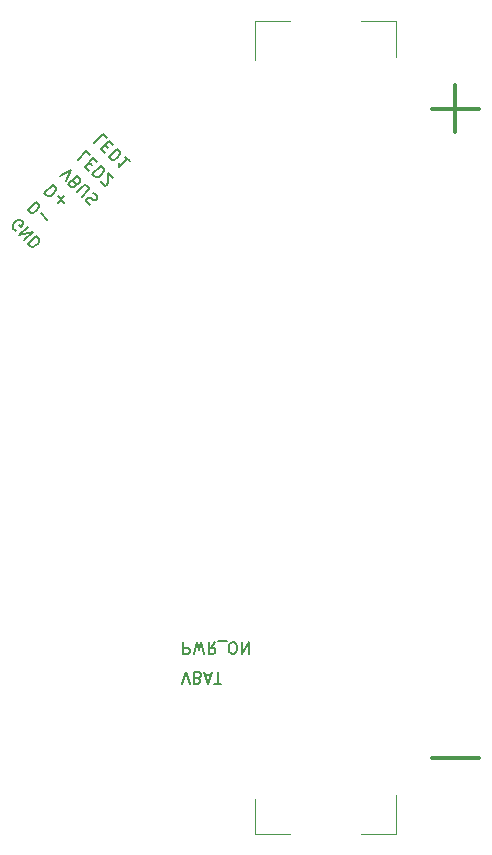
<source format=gbo>
%TF.GenerationSoftware,KiCad,Pcbnew,7.0.7*%
%TF.CreationDate,2023-09-11T21:54:18+02:00*%
%TF.ProjectId,blinkekatze,626c696e-6b65-46b6-9174-7a652e6b6963,rev?*%
%TF.SameCoordinates,Original*%
%TF.FileFunction,Legend,Bot*%
%TF.FilePolarity,Positive*%
%FSLAX46Y46*%
G04 Gerber Fmt 4.6, Leading zero omitted, Abs format (unit mm)*
G04 Created by KiCad (PCBNEW 7.0.7) date 2023-09-11 21:54:18*
%MOMM*%
%LPD*%
G01*
G04 APERTURE LIST*
%ADD10C,0.300000*%
%ADD11C,0.150000*%
%ADD12C,0.120000*%
G04 APERTURE END LIST*
D10*
X109000000Y-128000000D02*
X113000000Y-128000000D01*
X111000000Y-71000000D02*
X111000000Y-75000000D01*
X109000000Y-73000000D02*
X113000000Y-73000000D01*
D11*
X76909744Y-79441533D02*
X76202637Y-80148640D01*
X76202637Y-80148640D02*
X76370996Y-80316998D01*
X76370996Y-80316998D02*
X76505683Y-80384342D01*
X76505683Y-80384342D02*
X76640370Y-80384342D01*
X76640370Y-80384342D02*
X76741385Y-80350670D01*
X76741385Y-80350670D02*
X76909744Y-80249655D01*
X76909744Y-80249655D02*
X77010759Y-80148640D01*
X77010759Y-80148640D02*
X77111775Y-79980281D01*
X77111775Y-79980281D02*
X77145446Y-79879266D01*
X77145446Y-79879266D02*
X77145446Y-79744579D01*
X77145446Y-79744579D02*
X77078103Y-79609892D01*
X77078103Y-79609892D02*
X76909744Y-79441533D01*
X77347477Y-80418014D02*
X77886225Y-80956762D01*
X77886225Y-80418014D02*
X77347477Y-80956762D01*
X87961779Y-118145180D02*
X87961779Y-119145180D01*
X87961779Y-119145180D02*
X88342731Y-119145180D01*
X88342731Y-119145180D02*
X88437969Y-119097561D01*
X88437969Y-119097561D02*
X88485588Y-119049942D01*
X88485588Y-119049942D02*
X88533207Y-118954704D01*
X88533207Y-118954704D02*
X88533207Y-118811847D01*
X88533207Y-118811847D02*
X88485588Y-118716609D01*
X88485588Y-118716609D02*
X88437969Y-118668990D01*
X88437969Y-118668990D02*
X88342731Y-118621371D01*
X88342731Y-118621371D02*
X87961779Y-118621371D01*
X88866541Y-119145180D02*
X89104636Y-118145180D01*
X89104636Y-118145180D02*
X89295112Y-118859466D01*
X89295112Y-118859466D02*
X89485588Y-118145180D01*
X89485588Y-118145180D02*
X89723684Y-119145180D01*
X90676064Y-118145180D02*
X90342731Y-118621371D01*
X90104636Y-118145180D02*
X90104636Y-119145180D01*
X90104636Y-119145180D02*
X90485588Y-119145180D01*
X90485588Y-119145180D02*
X90580826Y-119097561D01*
X90580826Y-119097561D02*
X90628445Y-119049942D01*
X90628445Y-119049942D02*
X90676064Y-118954704D01*
X90676064Y-118954704D02*
X90676064Y-118811847D01*
X90676064Y-118811847D02*
X90628445Y-118716609D01*
X90628445Y-118716609D02*
X90580826Y-118668990D01*
X90580826Y-118668990D02*
X90485588Y-118621371D01*
X90485588Y-118621371D02*
X90104636Y-118621371D01*
X90866541Y-118049942D02*
X91628445Y-118049942D01*
X92057017Y-119145180D02*
X92247493Y-119145180D01*
X92247493Y-119145180D02*
X92342731Y-119097561D01*
X92342731Y-119097561D02*
X92437969Y-119002323D01*
X92437969Y-119002323D02*
X92485588Y-118811847D01*
X92485588Y-118811847D02*
X92485588Y-118478514D01*
X92485588Y-118478514D02*
X92437969Y-118288038D01*
X92437969Y-118288038D02*
X92342731Y-118192800D01*
X92342731Y-118192800D02*
X92247493Y-118145180D01*
X92247493Y-118145180D02*
X92057017Y-118145180D01*
X92057017Y-118145180D02*
X91961779Y-118192800D01*
X91961779Y-118192800D02*
X91866541Y-118288038D01*
X91866541Y-118288038D02*
X91818922Y-118478514D01*
X91818922Y-118478514D02*
X91818922Y-118811847D01*
X91818922Y-118811847D02*
X91866541Y-119002323D01*
X91866541Y-119002323D02*
X91961779Y-119097561D01*
X91961779Y-119097561D02*
X92057017Y-119145180D01*
X92914160Y-118145180D02*
X92914160Y-119145180D01*
X92914160Y-119145180D02*
X93485588Y-118145180D01*
X93485588Y-118145180D02*
X93485588Y-119145180D01*
X75484744Y-80866533D02*
X74777637Y-81573640D01*
X74777637Y-81573640D02*
X74945996Y-81741998D01*
X74945996Y-81741998D02*
X75080683Y-81809342D01*
X75080683Y-81809342D02*
X75215370Y-81809342D01*
X75215370Y-81809342D02*
X75316385Y-81775670D01*
X75316385Y-81775670D02*
X75484744Y-81674655D01*
X75484744Y-81674655D02*
X75585759Y-81573640D01*
X75585759Y-81573640D02*
X75686775Y-81405281D01*
X75686775Y-81405281D02*
X75720446Y-81304266D01*
X75720446Y-81304266D02*
X75720446Y-81169579D01*
X75720446Y-81169579D02*
X75653103Y-81034892D01*
X75653103Y-81034892D02*
X75484744Y-80866533D01*
X75922477Y-81843014D02*
X76461225Y-82381762D01*
X87868922Y-121670180D02*
X88202255Y-120670180D01*
X88202255Y-120670180D02*
X88535588Y-121670180D01*
X89202255Y-121193990D02*
X89345112Y-121146371D01*
X89345112Y-121146371D02*
X89392731Y-121098752D01*
X89392731Y-121098752D02*
X89440350Y-121003514D01*
X89440350Y-121003514D02*
X89440350Y-120860657D01*
X89440350Y-120860657D02*
X89392731Y-120765419D01*
X89392731Y-120765419D02*
X89345112Y-120717800D01*
X89345112Y-120717800D02*
X89249874Y-120670180D01*
X89249874Y-120670180D02*
X88868922Y-120670180D01*
X88868922Y-120670180D02*
X88868922Y-121670180D01*
X88868922Y-121670180D02*
X89202255Y-121670180D01*
X89202255Y-121670180D02*
X89297493Y-121622561D01*
X89297493Y-121622561D02*
X89345112Y-121574942D01*
X89345112Y-121574942D02*
X89392731Y-121479704D01*
X89392731Y-121479704D02*
X89392731Y-121384466D01*
X89392731Y-121384466D02*
X89345112Y-121289228D01*
X89345112Y-121289228D02*
X89297493Y-121241609D01*
X89297493Y-121241609D02*
X89202255Y-121193990D01*
X89202255Y-121193990D02*
X88868922Y-121193990D01*
X89821303Y-120955895D02*
X90297493Y-120955895D01*
X89726065Y-120670180D02*
X90059398Y-121670180D01*
X90059398Y-121670180D02*
X90392731Y-120670180D01*
X90583208Y-121670180D02*
X91154636Y-121670180D01*
X90868922Y-120670180D02*
X90868922Y-121670180D01*
X73781698Y-83335357D02*
X73680683Y-83301685D01*
X73680683Y-83301685D02*
X73579668Y-83200670D01*
X73579668Y-83200670D02*
X73512324Y-83065983D01*
X73512324Y-83065983D02*
X73512324Y-82931296D01*
X73512324Y-82931296D02*
X73545996Y-82830281D01*
X73545996Y-82830281D02*
X73647011Y-82661922D01*
X73647011Y-82661922D02*
X73748027Y-82560907D01*
X73748027Y-82560907D02*
X73916385Y-82459892D01*
X73916385Y-82459892D02*
X74017401Y-82426220D01*
X74017401Y-82426220D02*
X74152088Y-82426220D01*
X74152088Y-82426220D02*
X74286775Y-82493563D01*
X74286775Y-82493563D02*
X74354118Y-82560907D01*
X74354118Y-82560907D02*
X74421462Y-82695594D01*
X74421462Y-82695594D02*
X74421462Y-82762937D01*
X74421462Y-82762937D02*
X74185759Y-82998640D01*
X74185759Y-82998640D02*
X74051072Y-82863953D01*
X74791851Y-82998640D02*
X74084744Y-83705746D01*
X74084744Y-83705746D02*
X75195912Y-83402701D01*
X75195912Y-83402701D02*
X74488805Y-84109807D01*
X75532629Y-83739418D02*
X74825523Y-84446525D01*
X74825523Y-84446525D02*
X74993881Y-84614884D01*
X74993881Y-84614884D02*
X75128568Y-84682227D01*
X75128568Y-84682227D02*
X75263255Y-84682227D01*
X75263255Y-84682227D02*
X75364271Y-84648555D01*
X75364271Y-84648555D02*
X75532629Y-84547540D01*
X75532629Y-84547540D02*
X75633645Y-84446525D01*
X75633645Y-84446525D02*
X75734660Y-84278166D01*
X75734660Y-84278166D02*
X75768332Y-84177151D01*
X75768332Y-84177151D02*
X75768332Y-84042464D01*
X75768332Y-84042464D02*
X75700988Y-83907777D01*
X75700988Y-83907777D02*
X75532629Y-83739418D01*
X77526622Y-78672624D02*
X78469431Y-78201220D01*
X78469431Y-78201220D02*
X77998027Y-79144029D01*
X78806149Y-79278716D02*
X78940836Y-79346059D01*
X78940836Y-79346059D02*
X79008179Y-79346059D01*
X79008179Y-79346059D02*
X79109194Y-79312388D01*
X79109194Y-79312388D02*
X79210210Y-79211372D01*
X79210210Y-79211372D02*
X79243881Y-79110357D01*
X79243881Y-79110357D02*
X79243881Y-79043014D01*
X79243881Y-79043014D02*
X79210210Y-78941998D01*
X79210210Y-78941998D02*
X78940836Y-78672624D01*
X78940836Y-78672624D02*
X78233729Y-79379731D01*
X78233729Y-79379731D02*
X78469431Y-79615433D01*
X78469431Y-79615433D02*
X78570446Y-79649105D01*
X78570446Y-79649105D02*
X78637790Y-79649105D01*
X78637790Y-79649105D02*
X78738805Y-79615433D01*
X78738805Y-79615433D02*
X78806149Y-79548090D01*
X78806149Y-79548090D02*
X78839820Y-79447075D01*
X78839820Y-79447075D02*
X78839820Y-79379731D01*
X78839820Y-79379731D02*
X78806149Y-79278716D01*
X78806149Y-79278716D02*
X78570446Y-79043014D01*
X78940836Y-80086838D02*
X79513255Y-79514418D01*
X79513255Y-79514418D02*
X79614271Y-79480746D01*
X79614271Y-79480746D02*
X79681614Y-79480746D01*
X79681614Y-79480746D02*
X79782629Y-79514418D01*
X79782629Y-79514418D02*
X79917316Y-79649105D01*
X79917316Y-79649105D02*
X79950988Y-79750120D01*
X79950988Y-79750120D02*
X79950988Y-79817464D01*
X79950988Y-79817464D02*
X79917316Y-79918479D01*
X79917316Y-79918479D02*
X79344897Y-80490899D01*
X80321377Y-80120510D02*
X80456064Y-80187853D01*
X80456064Y-80187853D02*
X80624423Y-80356212D01*
X80624423Y-80356212D02*
X80658095Y-80457227D01*
X80658095Y-80457227D02*
X80658095Y-80524571D01*
X80658095Y-80524571D02*
X80624423Y-80625586D01*
X80624423Y-80625586D02*
X80557080Y-80692929D01*
X80557080Y-80692929D02*
X80456064Y-80726601D01*
X80456064Y-80726601D02*
X80388721Y-80726601D01*
X80388721Y-80726601D02*
X80287706Y-80692929D01*
X80287706Y-80692929D02*
X80119347Y-80591914D01*
X80119347Y-80591914D02*
X80018332Y-80558242D01*
X80018332Y-80558242D02*
X79950988Y-80558242D01*
X79950988Y-80558242D02*
X79849973Y-80591914D01*
X79849973Y-80591914D02*
X79782629Y-80659258D01*
X79782629Y-80659258D02*
X79748958Y-80760273D01*
X79748958Y-80760273D02*
X79748958Y-80827616D01*
X79748958Y-80827616D02*
X79782629Y-80928632D01*
X79782629Y-80928632D02*
X79950988Y-81096990D01*
X79950988Y-81096990D02*
X80085675Y-81164334D01*
X80096462Y-76953250D02*
X79759744Y-76616533D01*
X79759744Y-76616533D02*
X79052637Y-77323640D01*
X79961775Y-77559342D02*
X80197477Y-77795044D01*
X80668881Y-77525670D02*
X80332164Y-77188953D01*
X80332164Y-77188953D02*
X79625057Y-77896059D01*
X79625057Y-77896059D02*
X79961775Y-78232777D01*
X80971927Y-77828716D02*
X80264820Y-78535823D01*
X80264820Y-78535823D02*
X80433179Y-78704182D01*
X80433179Y-78704182D02*
X80567866Y-78771525D01*
X80567866Y-78771525D02*
X80702553Y-78771525D01*
X80702553Y-78771525D02*
X80803569Y-78737853D01*
X80803569Y-78737853D02*
X80971927Y-78636838D01*
X80971927Y-78636838D02*
X81072943Y-78535823D01*
X81072943Y-78535823D02*
X81173958Y-78367464D01*
X81173958Y-78367464D02*
X81207630Y-78266449D01*
X81207630Y-78266449D02*
X81207630Y-78131762D01*
X81207630Y-78131762D02*
X81140286Y-77997075D01*
X81140286Y-77997075D02*
X80971927Y-77828716D01*
X81005599Y-79141914D02*
X81005599Y-79209258D01*
X81005599Y-79209258D02*
X81039271Y-79310273D01*
X81039271Y-79310273D02*
X81207630Y-79478632D01*
X81207630Y-79478632D02*
X81308645Y-79512304D01*
X81308645Y-79512304D02*
X81375988Y-79512304D01*
X81375988Y-79512304D02*
X81477004Y-79478632D01*
X81477004Y-79478632D02*
X81544347Y-79411288D01*
X81544347Y-79411288D02*
X81611691Y-79276601D01*
X81611691Y-79276601D02*
X81611691Y-78468479D01*
X81611691Y-78468479D02*
X82049423Y-78906212D01*
X81471462Y-75503250D02*
X81134744Y-75166533D01*
X81134744Y-75166533D02*
X80427637Y-75873640D01*
X81336775Y-76109342D02*
X81572477Y-76345044D01*
X82043881Y-76075670D02*
X81707164Y-75738953D01*
X81707164Y-75738953D02*
X81000057Y-76446059D01*
X81000057Y-76446059D02*
X81336775Y-76782777D01*
X82346927Y-76378716D02*
X81639820Y-77085823D01*
X81639820Y-77085823D02*
X81808179Y-77254182D01*
X81808179Y-77254182D02*
X81942866Y-77321525D01*
X81942866Y-77321525D02*
X82077553Y-77321525D01*
X82077553Y-77321525D02*
X82178569Y-77287853D01*
X82178569Y-77287853D02*
X82346927Y-77186838D01*
X82346927Y-77186838D02*
X82447943Y-77085823D01*
X82447943Y-77085823D02*
X82548958Y-76917464D01*
X82548958Y-76917464D02*
X82582630Y-76816449D01*
X82582630Y-76816449D02*
X82582630Y-76681762D01*
X82582630Y-76681762D02*
X82515286Y-76547075D01*
X82515286Y-76547075D02*
X82346927Y-76378716D01*
X83424423Y-77456212D02*
X83020362Y-77052151D01*
X83222393Y-77254182D02*
X82515286Y-77961288D01*
X82515286Y-77961288D02*
X82548958Y-77792930D01*
X82548958Y-77792930D02*
X82548958Y-77658243D01*
X82548958Y-77658243D02*
X82515286Y-77557227D01*
D12*
%TO.C,BTT2*%
X94000000Y-131400000D02*
X94000000Y-134400000D01*
X106000000Y-134400000D02*
X106000000Y-131100000D01*
X106000000Y-134400000D02*
X103000000Y-134400000D01*
X94000000Y-134400000D02*
X97000000Y-134400000D01*
%TO.C,BTT1*%
X106000000Y-68600000D02*
X106000000Y-65600000D01*
X94000000Y-65600000D02*
X94000000Y-68900000D01*
X94000000Y-65600000D02*
X97000000Y-65600000D01*
X106000000Y-65600000D02*
X103000000Y-65600000D01*
%TD*%
M02*

</source>
